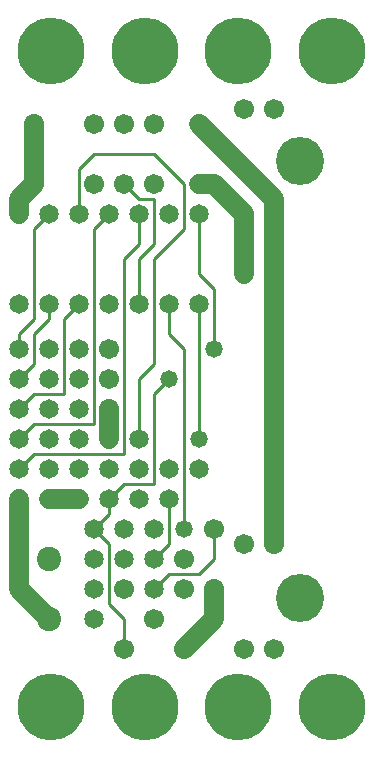
<source format=gtl>
%MOIN*%
%FSLAX25Y25*%
G04 D10 used for Character Trace; *
G04     Circle (OD=.01000) (No hole)*
G04 D11 used for Power Trace; *
G04     Circle (OD=.06700) (No hole)*
G04 D12 used for Signal Trace; *
G04     Circle (OD=.01100) (No hole)*
G04 D13 used for Via; *
G04     Circle (OD=.05800) (Round. Hole ID=.02800)*
G04 D14 used for Component hole; *
G04     Circle (OD=.06500) (Round. Hole ID=.03500)*
G04 D15 used for Component hole; *
G04     Circle (OD=.06700) (Round. Hole ID=.04300)*
G04 D16 used for Component hole; *
G04     Circle (OD=.08100) (Round. Hole ID=.05100)*
G04 D17 used for Component hole; *
G04     Circle (OD=.08900) (Round. Hole ID=.05900)*
G04 D18 used for Component hole; *
G04     Circle (OD=.11300) (Round. Hole ID=.08300)*
G04 D19 used for Component hole; *
G04     Circle (OD=.16000) (Round. Hole ID=.13000)*
G04 D20 used for Component hole; *
G04     Circle (OD=.18300) (Round. Hole ID=.15300)*
G04 D21 used for Component hole; *
G04     Circle (OD=.22291) (Round. Hole ID=.19291)*
%ADD10C,.01000*%
%ADD11C,.06700*%
%ADD12C,.01100*%
%ADD13C,.05800*%
%ADD14C,.06500*%
%ADD15C,.06700*%
%ADD16C,.08100*%
%ADD17C,.08900*%
%ADD18C,.11300*%
%ADD19C,.16000*%
%ADD20C,.18300*%
%ADD21C,.22291*%
%IPPOS*%
%LPD*%
G90*X0Y0D02*D21*X15625Y15625D03*D15*              
X40000Y35000D03*D12*Y45000D01*X35000Y50000D01*    
Y70000D01*X30000Y75000D01*D14*D03*D12*            
X35000Y80000D01*Y85000D01*D14*D03*D12*            
X40000Y90000D01*X50000D01*Y120000D01*             
X55000Y125000D01*D13*D03*D12*X45000D02*           
X50000Y130000D01*X45000Y105000D02*Y125000D01*D14* 
Y105000D03*D12*X10000Y100000D02*X40000D01*        
X5000Y95000D02*X10000Y100000D01*D14*              
X5000Y95000D03*X15000Y85000D03*D11*X25000D01*D14* 
D03*X35000Y95000D03*X15000D03*X25000D03*D12*      
X40000Y100000D02*Y165000D01*X45000Y170000D01*     
Y180000D01*D14*D03*D12*X50000Y170000D02*          
Y185000D01*X45000Y165000D02*X50000Y170000D01*     
X45000Y150000D02*Y165000D01*D14*Y150000D03*D12*   
X60000Y135000D02*X55000Y140000D01*X60000Y75000D02*
Y135000D01*D13*Y75000D03*D12*X50000Y65000D02*     
X55000Y70000D01*D14*X50000Y65000D03*D12*Y55000D02*
X55000Y60000D01*D14*X50000Y55000D03*D12*          
X55000Y60000D02*X65000D01*X70000Y65000D01*        
Y75000D01*D15*D03*X60000Y65000D03*X80000Y70000D03*
D14*X55000Y85000D03*D12*Y70000D01*D14*            
X50000Y75000D03*D15*X70000Y55000D03*D11*Y45000D01*
X60000Y35000D01*D15*D03*X50000Y45000D03*D21*      
X78125Y15625D03*D15*X40000Y55000D03*D21*          
X46875Y15625D03*D15*X80000Y35000D03*              
X60000Y55000D03*D14*X30000Y65000D03*Y55000D03*    
Y45000D03*D15*X90000Y35000D03*D14*X40000Y65000D03*
D15*X90000Y70000D03*D11*Y115000D01*D13*D03*D11*   
Y180000D01*D15*D03*D11*Y185000D01*                
X65000Y210000D01*D14*D03*D15*X50000D03*           
X80000Y215000D03*D12*X60000Y190000D02*            
X50000Y200000D01*X60000Y175000D02*Y190000D01*     
X50000Y165000D02*X60000Y175000D01*                
X50000Y130000D02*Y165000D01*X55000Y140000D02*     
Y150000D01*D14*D03*D12*X70000Y155000D02*          
X65000Y160000D01*X70000Y135000D02*Y155000D01*D13* 
Y135000D03*D14*X65000Y150000D03*D12*Y105000D01*   
D13*D03*D14*X55000Y95000D03*X65000D03*            
X45000Y85000D03*Y95000D03*D15*X35000Y135000D03*   
D14*X40000Y75000D03*D15*X35000Y125000D03*         
Y115000D03*D11*Y105000D01*D14*D03*D12*            
X10000Y110000D02*X30000D01*X5000Y105000D02*       
X10000Y110000D01*D14*X5000Y105000D03*             
X15000Y115000D03*Y105000D03*X5000Y115000D03*D12*  
X10000Y120000D01*X20000D01*Y145000D01*            
X25000Y150000D01*D14*D03*X35000D03*X15000D03*D12* 
Y145000D01*X10000Y140000D01*Y130000D01*           
X5000Y125000D01*D14*D03*X15000Y135000D03*         
Y125000D03*X5000Y135000D03*D12*Y140000D01*        
X10000Y145000D01*Y175000D01*X15000Y180000D01*D14* 
D03*D11*X5000D02*Y185000D01*D14*Y180000D03*D11*   
Y185000D02*X10000Y190000D01*D15*D03*D11*          
Y210000D01*D15*D03*D12*X25000Y180000D02*          
Y195000D01*D14*Y180000D03*D12*X30000Y110000D02*   
Y175000D01*D14*X25000Y115000D03*Y105000D03*       
Y125000D03*X5000Y85000D03*D11*Y55000D01*          
X15000Y45000D01*D16*D03*Y65000D03*D19*            
X98800Y52200D03*D14*X25000Y135000D03*D21*         
X109375Y15625D03*D14*X5000Y150000D03*D13*         
X80000Y160000D03*D11*Y180000D01*D15*D03*D11*      
X70000Y190000D01*X65000D01*D14*D03*               
X55000Y180000D03*X65000D03*D12*Y160000D01*        
X45000Y185000D02*X50000D01*X45000D02*             
X40000Y190000D01*D15*D03*D12*X30000Y200000D02*    
X50000D01*X25000Y195000D02*X30000Y200000D01*D15*  
Y190000D03*X40000Y210000D03*X30000D03*D14*        
X35000Y180000D03*D12*X30000Y175000D01*D15*        
X50000Y190000D03*D21*X78125Y234375D03*X46875D03*  
X15625D03*D15*X90000Y215000D03*D19*               
X98800Y197800D03*D21*X109375Y234375D03*M02*       

</source>
